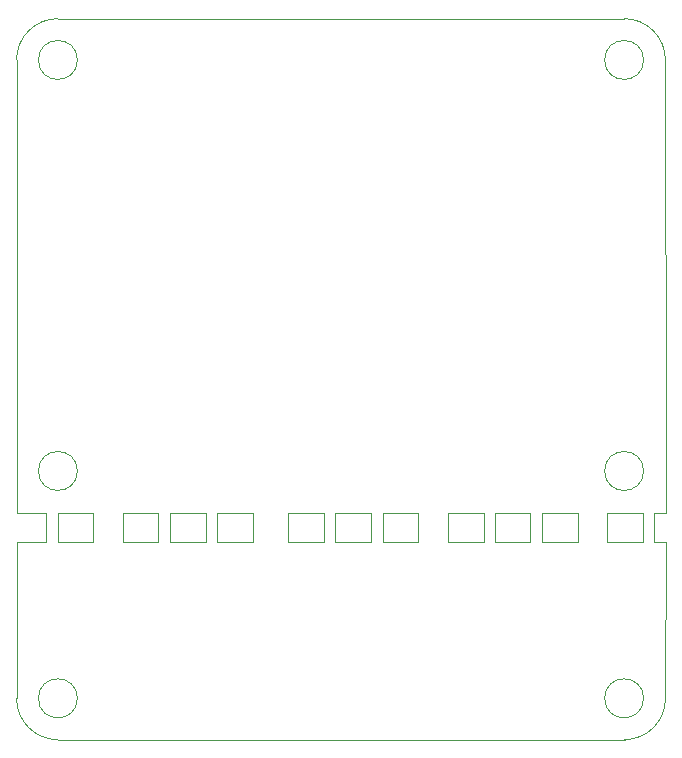
<source format=gbr>
%TF.GenerationSoftware,KiCad,Pcbnew,9.0.5*%
%TF.CreationDate,2026-02-28T09:23:41-08:00*%
%TF.ProjectId,Hi_board_bbc1,48695f62-6f61-4726-945f-626263312e6b,rev?*%
%TF.SameCoordinates,Original*%
%TF.FileFunction,Profile,NP*%
%FSLAX46Y46*%
G04 Gerber Fmt 4.6, Leading zero omitted, Abs format (unit mm)*
G04 Created by KiCad (PCBNEW 9.0.5) date 2026-02-28 09:23:41*
%MOMM*%
%LPD*%
G01*
G04 APERTURE LIST*
%TA.AperFunction,Profile*%
%ADD10C,0.050000*%
%TD*%
%TA.AperFunction,Profile*%
%ADD11C,0.100000*%
%TD*%
G04 APERTURE END LIST*
D10*
X168450000Y-134850000D02*
X168450000Y-129200000D01*
D11*
X166590000Y-131300000D02*
G75*
G02*
X163290000Y-131300000I-1650000J0D01*
G01*
X163290000Y-131300000D02*
G75*
G02*
X166590000Y-131300000I1650000J0D01*
G01*
X118650000Y-131300000D02*
G75*
G02*
X115350000Y-131300000I-1650000J0D01*
G01*
X115350000Y-131300000D02*
G75*
G02*
X118650000Y-131300000I1650000J0D01*
G01*
D10*
X150050000Y-134850000D02*
X153050000Y-134850000D01*
X153050000Y-137350000D01*
X150050000Y-137350000D01*
X150050000Y-134850000D01*
X167500000Y-137350000D02*
X168450000Y-137350000D01*
X136500000Y-134850000D02*
X139500000Y-134850000D01*
X139500000Y-137350000D01*
X136500000Y-137350000D01*
X136500000Y-134850000D01*
X158000000Y-134850000D02*
X161000000Y-134850000D01*
X161000000Y-137350000D01*
X158000000Y-137350000D01*
X158000000Y-134850000D01*
X154000000Y-134850000D02*
X157000000Y-134850000D01*
X157000000Y-137350000D01*
X154000000Y-137350000D01*
X154000000Y-134850000D01*
X140500000Y-134850000D02*
X143500000Y-134850000D01*
X143500000Y-137350000D01*
X140500000Y-137350000D01*
X140500000Y-134850000D01*
X122500000Y-134850000D02*
X125500000Y-134850000D01*
X125500000Y-137350000D01*
X122500000Y-137350000D01*
X122500000Y-134850000D01*
X113500000Y-137350000D02*
X116000000Y-137350000D01*
X167500000Y-134850000D02*
X167500000Y-137350000D01*
X144500000Y-134850000D02*
X147500000Y-134850000D01*
X147500000Y-137350000D01*
X144500000Y-137350000D01*
X144500000Y-134850000D01*
X117000000Y-134850000D02*
X120000000Y-134850000D01*
X120000000Y-137350000D01*
X117000000Y-137350000D01*
X117000000Y-134850000D01*
X163500000Y-134850000D02*
X166500000Y-134850000D01*
X166500000Y-137350000D01*
X163500000Y-137350000D01*
X163500000Y-134850000D01*
X116000000Y-134850000D02*
X113500000Y-134850000D01*
X126500000Y-134850000D02*
X129500000Y-134850000D01*
X129500000Y-137350000D01*
X126500000Y-137350000D01*
X126500000Y-134850000D01*
X130500000Y-134850000D02*
X133500000Y-134850000D01*
X133500000Y-137350000D01*
X130500000Y-137350000D01*
X130500000Y-134850000D01*
X116000000Y-137350000D02*
X116000000Y-134850000D01*
X168450000Y-134850000D02*
X167500000Y-134850000D01*
D11*
X118650000Y-96500000D02*
G75*
G02*
X115350000Y-96500000I-1650000J0D01*
G01*
X115350000Y-96500000D02*
G75*
G02*
X118650000Y-96500000I1650000J0D01*
G01*
D10*
X117000000Y-93000000D02*
X164940000Y-93000000D01*
X113500000Y-134850000D02*
X113500000Y-96500000D01*
X168440000Y-150550000D02*
G75*
G02*
X164990252Y-154050000I-3474900J-25100D01*
G01*
X168450765Y-137350000D02*
X168440000Y-150550000D01*
X164940000Y-93000000D02*
G75*
G02*
X168440000Y-96500000I0J-3500000D01*
G01*
D11*
X166590000Y-96500000D02*
G75*
G02*
X163290000Y-96500000I-1650000J0D01*
G01*
X163290000Y-96500000D02*
G75*
G02*
X166590000Y-96500000I1650000J0D01*
G01*
D10*
X113500000Y-137350000D02*
X113500000Y-150550000D01*
X113500000Y-96499909D02*
G75*
G02*
X117000000Y-93000000I3500000J-91D01*
G01*
D11*
X118650000Y-150550000D02*
G75*
G02*
X115350000Y-150550000I-1650000J0D01*
G01*
X115350000Y-150550000D02*
G75*
G02*
X118650000Y-150550000I1650000J0D01*
G01*
X166590000Y-150550000D02*
G75*
G02*
X163290000Y-150550000I-1650000J0D01*
G01*
X163290000Y-150550000D02*
G75*
G02*
X166590000Y-150550000I1650000J0D01*
G01*
D10*
X165000000Y-154050000D02*
X117000000Y-154050000D01*
X117000000Y-154050000D02*
G75*
G02*
X113500000Y-150550000I0J3500000D01*
G01*
X168450000Y-129200000D02*
X168440000Y-96500000D01*
M02*

</source>
